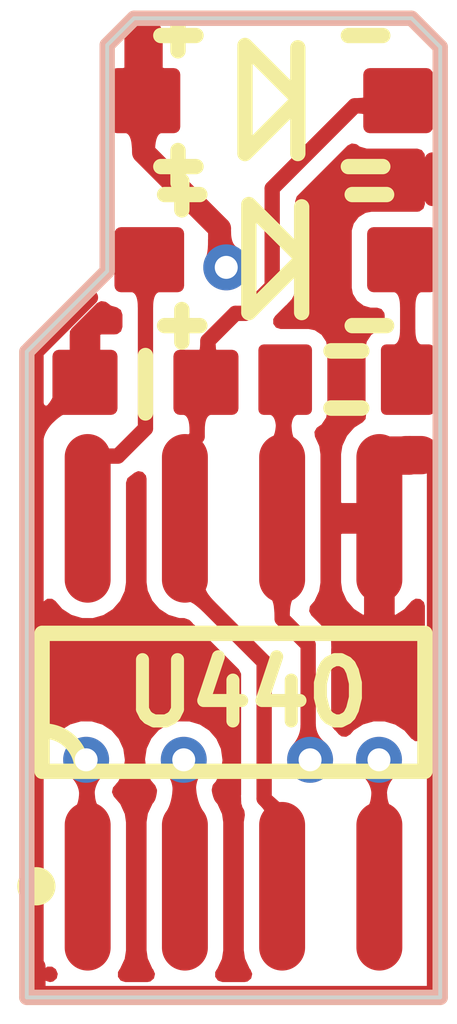
<source format=kicad_pcb>
(kicad_pcb (version 20210108) (generator pcbnew)
  (layers (0 "F.Cu" signal "Top Layer") (31 "B.Cu" signal "Bottom Layer") (34 "B.Paste" user) (35 "F.Paste" user) (36 "B.SilkS" user "B.Silkscreen") (37 "F.SilkS" user "F.Silkscreen") (38 "B.Mask" user) (39 "F.Mask" user) (44 "Edge.Cuts" user))
  (net 0 "")
  (net 1 "UART_TX")
  (net 2 "UART_RX")
  (net 3 "NetD440_2")
  (net 4 "NetD440_1")
  (net 5 "NetC440_2")
  (net 6 "LIN")
  (net 7 "V12")
  (net 8 "GND")
  (net 9 "V5")
  (footprint "Mod.PcbLib:Mod-Hellen-LIN" (layer "F.Cu") (at 0 0)
    (fp_text reference "M440" hide)
    (fp_text value "Hellen One : LIN Module interface" hide)
    (fp_line (start 0.1 -0.1) (end 5.499999 -0.1) (layer "B.SilkS") (width 0.2))
    (fp_line (start 1.15 -12.524999) (end 1.500002 -12.875001) (layer "B.SilkS") (width 0.2))
    (fp_line (start 1.15 -9.57502) (end 1.15 -12.524999) (layer "B.SilkS") (width 0.2))
    (fp_line (start 1.500002 -12.875001) (end 5.124999 -12.875001) (layer "B.SilkS") (width 0.2))
    (fp_line (start 5.124999 -12.875001) (end 5.499999 -12.5) (layer "B.SilkS") (width 0.2))
    (fp_line (start 0.1 -0.1) (end 0.1 -8.52502) (layer "B.SilkS") (width 0.2))
    (fp_line (start 0.125001 -8.550021) (end 1.15 -9.57502) (layer "B.SilkS") (width 0.2))
    (fp_line (start 5.499999 -0.1) (end 5.499999 -12.5) (layer "B.SilkS") (width 0.2))
    (fp_line (start 0.125001 -8.550021) (end 1.15 -9.57502) (layer "F.SilkS") (width 0.2))
    (fp_line (start 0.1 -0.1) (end 5.499999 -0.1) (layer "F.SilkS") (width 0.2))
    (fp_line (start 1.500002 -12.875001) (end 5.124999 -12.875001) (layer "F.SilkS") (width 0.2))
    (fp_line (start 5.499999 -0.1) (end 5.499999 -12.5) (layer "F.SilkS") (width 0.2))
    (fp_line (start 1.15 -9.57502) (end 1.15 -12.524999) (layer "F.SilkS") (width 0.2))
    (fp_line (start 5.124999 -12.875001) (end 5.499999 -12.5) (layer "F.SilkS") (width 0.2))
    (fp_line (start 1.15 -12.524999) (end 1.500002 -12.875001) (layer "F.SilkS") (width 0.2))
    (fp_line (start 0.1 -0.1) (end 0.1 -8.52502) (layer "F.SilkS") (width 0.2))
    (pad "E1" smd oval (at 2.879265 -0.15 270) (size 0.2 5.25) (layers "F.Cu" "F.Paste") (net 8 "GND"))
    (pad "E1" smd oval (at 0.577629 -8.877633 315) (size 0.2 1.2) (layers "F.Cu" "F.Paste") (net 8 "GND"))
    (pad "E1" smd oval (at 0.22 -4.362501) (size 0.2 8.400001) (layers "F.Cu" "F.Paste") (net 8 "GND"))
    (pad "E1" smd oval (at 5.424998 -3.737501) (size 0.2 7.250001) (layers "F.Cu" "F.Paste") (net 8 "GND"))
    (pad "E1" smd oval (at 5.395001 -10.775 270) (size 0.700001 0.2) (layers "F.Cu" "F.Paste" "F.Mask") (net 8 "GND"))
    (pad "N1" smd oval (at 1.625001 -12.39999 90) (size 1.000001 0.499999) (layers "F.Cu" "F.Paste" "F.Mask") (net 7 "V12"))
    (pad "S1" smd oval (at 0.219997 -0.375001 270) (size 0.499999 0.25) (layers "F.Cu" "F.Paste" "F.Mask") (net 8 "GND"))
    (pad "V1" thru_hole circle (at 2.704993 -9.625 90) (size 0.599999 0.599999) (drill 0.299999) (layers *.Cu *.Mask) (net 7 "V12"))
    (pad "V2" thru_hole circle (at 0.875 -3.200001 270) (size 0.599999 0.599999) (drill 0.299999) (layers *.Cu *.Mask) (net 2 "UART_RX"))
    (pad "V3" thru_hole circle (at 2.149998 -3.200001 270) (size 0.599999 0.599999) (drill 0.299999) (layers *.Cu *.Mask) (net 9 "V5"))
    (pad "V4" thru_hole circle (at 3.799987 -3.200001 270) (size 0.599999 0.599999) (drill 0.299999) (layers *.Cu *.Mask) (net 6 "LIN"))
    (pad "V5" thru_hole circle (at 4.699998 -3.200001 270) (size 0.599999 0.599999) (drill 0.299999) (layers *.Cu *.Mask) (net 1 "UART_TX"))
  )
  (footprint "General.pcblib:D Schottky" (layer "F.Cu") (at 3.300001 -11.800002 180)
    (fp_text reference "D441" hide)
    (fp_text value "B5819W" hide)
    (fp_line (start 0.349999 -0.690001) (end 0.349999 0.690001) (layer "F.SilkS") (width 0.2))
    (fp_line (start -1.000001 0.849998) (end -1.45 0.849998) (layer "F.SilkS") (width 0.2))
    (fp_line (start 1.45 0.849998) (end 0.990001 0.849998) (layer "F.SilkS") (width 0.2))
    (fp_line (start 0.349999 0.720001) (end -0.329999 0.040002) (layer "F.SilkS") (width 0.2))
    (fp_line (start -0.329999 -0.010003) (end -0.329999 0.040002) (layer "F.SilkS") (width 0.2))
    (fp_line (start -1.000001 -0.859998) (end -1.45 -0.859998) (layer "F.SilkS") (width 0.2))
    (fp_line (start 1.224999 -1.074997) (end 1.224999 -0.649999) (layer "F.SilkS") (width 0.2))
    (fp_line (start 0.349999 -0.690001) (end -0.329999 -0.010003) (layer "F.SilkS") (width 0.2))
    (fp_line (start 1.225004 0.649996) (end 1.225004 1.024996) (layer "F.SilkS") (width 0.2))
    (fp_line (start 1.45 -0.859998) (end 0.990001 -0.859998) (layer "F.SilkS") (width 0.2))
    (fp_line (start -0.340002 -0.690001) (end -0.340002 0.690001) (layer "F.SilkS") (width 0.2))
    (pad "1" smd roundrect (at -1.649999 0) (size 0.910001 0.850001) (layers "F.Cu" "F.Paste" "F.Mask") (roundrect_rratio 0.1) (net 5 "NetC440_2"))
    (pad "2" smd roundrect (at 1.649999 0) (size 0.910001 0.850001) (layers "F.Cu" "F.Paste" "F.Mask") (roundrect_rratio 0.1) (net 7 "V12"))
  )
  (footprint "General.pcblib:D Schottky" (layer "F.Cu") (at 3.350003 -9.725 180)
    (fp_text reference "D440" hide)
    (fp_text value "B5819W" hide)
    (fp_line (start 1.225003 0.649996) (end 1.225003 1.024996) (layer "F.SilkS") (width 0.2))
    (fp_line (start 0.349999 -0.690002) (end -0.33 -0.010003) (layer "F.SilkS") (width 0.2))
    (fp_line (start 1.224998 -1.074997) (end 1.224998 -0.649999) (layer "F.SilkS") (width 0.2))
    (fp_line (start 0.349999 -0.690002) (end 0.349999 0.690001) (layer "F.SilkS") (width 0.2))
    (fp_line (start -0.340002 -0.690002) (end -0.340002 0.690001) (layer "F.SilkS") (width 0.2))
    (fp_line (start 0.349999 0.720001) (end -0.33 0.040002) (layer "F.SilkS") (width 0.2))
    (fp_line (start -1.000001 -0.859999) (end -1.45 -0.859999) (layer "F.SilkS") (width 0.2))
    (fp_line (start -1.000001 0.849998) (end -1.45 0.849998) (layer "F.SilkS") (width 0.2))
    (fp_line (start -0.33 -0.010003) (end -0.33 0.040002) (layer "F.SilkS") (width 0.2))
    (fp_line (start 1.449999 -0.859999) (end 0.99 -0.859999) (layer "F.SilkS") (width 0.2))
    (fp_line (start 1.449999 0.849998) (end 0.99 0.849998) (layer "F.SilkS") (width 0.2))
    (pad "1" smd roundrect (at -1.65 0) (size 0.910001 0.850001) (layers "F.Cu" "F.Paste" "F.Mask") (roundrect_rratio 0.1) (net 4 "NetD440_1"))
    (pad "2" smd roundrect (at 1.649999 0) (size 0.910001 0.850001) (layers "F.Cu" "F.Paste" "F.Mask") (roundrect_rratio 0.1) (net 3 "NetD440_2"))
  )
  (footprint "IC.PcbLib:TJA1020T" (layer "F.Cu") (at 2.799999 -3.950033 90)
    (fp_text reference "U440" (at -0.349913 -1.49118 unlocked) (layer "F.SilkS") (effects (font (size 0.800001 0.800001) (thickness 0.17)) (justify left bottom)))
    (fp_text value "TJA1021T/20/CM" hide)
    (fp_line (start -0.900001 -2.5) (end 0.9 -2.5) (layer "F.SilkS") (width 0.2))
    (fp_line (start 0.9 -2.5) (end 0.9 2.500001) (layer "F.SilkS") (width 0.2))
    (fp_line (start -0.900001 2.500001) (end 0.9 2.500001) (layer "F.SilkS") (width 0.2))
    (fp_line (start -0.900001 -2.5) (end -0.900001 2.500001) (layer "F.SilkS") (width 0.2))
    (fp_arc (start -0.875 -2.48) (end -0.875 -1.980001) (angle -90) (layer "F.SilkS") (width 0.2))
    (fp_circle (center -2.400001 -2.575001) (end -2.275 -2.575001) (layer "F.SilkS") (width 0.25) (fill none))
    (pad "1" smd oval (at -2.400001 -1.905 180) (size 0.599999 2.200001) (layers "F.Cu" "F.Paste" "F.Mask") (net 2 "UART_RX"))
    (pad "2" smd oval (at -2.400001 -0.635 180) (size 0.599999 2.200001) (layers "F.Cu" "F.Paste" "F.Mask") (net 9 "V5"))
    (pad "3" smd oval (at -2.400001 0.635 180) (size 0.599999 2.200001) (layers "F.Cu" "F.Paste" "F.Mask") (net 5 "NetC440_2"))
    (pad "4" smd oval (at -2.400001 1.905 180) (size 0.599999 2.200001) (layers "F.Cu" "F.Paste" "F.Mask") (net 1 "UART_TX"))
    (pad "5" smd oval (at 2.4 1.905 180) (size 0.599999 2.200001) (layers "F.Cu" "F.Paste" "F.Mask") (net 8 "GND"))
    (pad "6" smd oval (at 2.4 0.635 180) (size 0.599999 2.200001) (layers "F.Cu" "F.Paste" "F.Mask") (net 6 "LIN"))
    (pad "7" smd oval (at 2.4 -0.635 180) (size 0.599999 2.200001) (layers "F.Cu" "F.Paste" "F.Mask") (net 5 "NetC440_2"))
    (pad "8" smd oval (at 2.4 -1.905 180) (size 0.599999 2.200001) (layers "F.Cu" "F.Paste" "F.Mask") (net 3 "NetD440_2"))
  )
  (footprint "General.pcblib:Cap" (layer "F.Cu") (at 1.649999 -8.125013)
    (fp_text reference "C440" hide)
    (fp_text value "100n" hide)
    (fp_line (start 0 0.399999) (end 0 -0.349987) (layer "F.SilkS") (width 0.2))
    (pad "1" smd roundrect (at -0.790001 0) (size 0.850001 0.850001) (layers "F.Cu" "F.Paste" "F.Mask") (roundrect_rratio 0.1) (net 8 "GND"))
    (pad "2" smd roundrect (at 0.790001 0) (size 0.850001 0.850001) (layers "F.Cu" "F.Paste" "F.Mask") (roundrect_rratio 0.1) (net 5 "NetC440_2"))
  )
  (footprint "General.pcblib:Res" (layer "F.Cu") (at 4.275 -8.159999)
    (fp_text reference "R440" hide)
    (fp_text value "1k" hide)
    (fp_line (start -0.201056 0.37084) (end 0.198943 0.37085) (layer "F.SilkS") (width 0.2032))
    (fp_line (start -0.199999 -0.374995) (end 0.2 -0.374985) (layer "F.SilkS") (width 0.2032))
    (pad "1" smd roundrect (at -0.800001 0) (size 0.700001 0.920001) (layers "F.Cu" "F.Paste" "F.Mask") (roundrect_rratio 0.1) (net 6 "LIN"))
    (pad "2" smd roundrect (at 0.800001 0) (size 0.700001 0.920001) (layers "F.Cu" "F.Paste" "F.Mask") (roundrect_rratio 0.1) (net 4 "NetD440_1"))
  )
  (gr_poly (pts (xy 3.270712 -2.763982) (xy 3.295353 -2.739588) (xy 3.395838 -2.651039) (xy 3.404692 -2.645913) (xy 3.411289 -2.643543) (xy 3.415632 -2.643924) (xy 3.199287 -2.525639) (xy 3.201721 -2.528321) (xy 3.202059 -2.53256) (xy 3.200298 -2.538359) (xy 3.196445 -2.545715) (xy 3.190491 -2.554628) (xy 3.182445 -2.565098) (xy 3.16006 -2.590714) (xy 3.12929 -2.62256)) (layer "F.Cu") (width 0) (fill solid))
  (gr_poly (pts (xy 1.474993 -11.12519) (xy 1.47398 -11.173508) (xy 1.46588 -11.254885) (xy 1.458793 -11.287943) (xy 1.44968 -11.315916) (xy 1.438542 -11.338804) (xy 1.425379 -11.356604) (xy 1.41019 -11.369319) (xy 1.392977 -11.37695) (xy 1.373739 -11.379492) (xy 1.876247 -11.379492) (xy 1.857009 -11.37695) (xy 1.839796 -11.369319) (xy 1.824606 -11.356604) (xy 1.811444 -11.338804) (xy 1.800306 -11.315916) (xy 1.791193 -11.287943) (xy 1.784106 -11.254885) (xy 1.779044 -11.216739) (xy 1.776006 -11.173508) (xy 1.774993 -11.12519)) (layer "F.Cu") (width 0) (fill solid))
  (gr_poly (pts (xy 4.602498 -2.736289) (xy 4.60139 -2.764147) (xy 4.598071 -2.79132) (xy 4.592533 -2.817807) (xy 4.584784 -2.843609) (xy 4.574822 -2.868724) (xy 4.562643 -2.893154) (xy 4.548251 -2.916898) (xy 4.531644 -2.939956) (xy 4.512826 -2.962331) (xy 4.491792 -2.984017) (xy 4.911776 -2.987515) (xy 4.891014 -2.965417) (xy 4.872436 -2.942684) (xy 4.856043 -2.919321) (xy 4.841837 -2.895323) (xy 4.829818 -2.870693) (xy 4.819983 -2.845432) (xy 4.812332 -2.819537) (xy 4.806869 -2.793009) (xy 4.80359 -2.765849) (xy 4.802497 -2.738057)) (layer "F.Cu") (width 0) (fill solid))
  (gr_poly (pts (xy 2.767592 -10.098395) (xy 2.768351 -10.066122) (xy 2.770627 -10.036414) (xy 2.774419 -10.009271) (xy 2.77973 -9.984694) (xy 2.78656 -9.962685) (xy 2.794907 -9.943241) (xy 2.80477 -9.926366) (xy 2.816151 -9.912053) (xy 2.829049 -9.900308) (xy 2.843467 -9.891128) (xy 2.441687 -9.768766) (xy 2.446609 -9.779503) (xy 2.451014 -9.792736) (xy 2.454897 -9.808461) (xy 2.458265 -9.826683) (xy 2.463447 -9.870613) (xy 2.466556 -9.924522) (xy 2.467592 -9.988413)) (layer "F.Cu") (width 0) (fill solid))
  (gr_poly (pts (xy 4.802497 -2.831066) (xy 4.803478 -2.781364) (xy 4.811332 -2.697711) (xy 4.8182 -2.663764) (xy 4.827034 -2.635067) (xy 4.837829 -2.611623) (xy 4.850587 -2.593431) (xy 4.865309 -2.580493) (xy 4.881994 -2.572804) (xy 4.90064 -2.570368) (xy 4.504355 -2.56653) (xy 4.523001 -2.569324) (xy 4.539686 -2.577333) (xy 4.554408 -2.590551) (xy 4.567166 -2.608979) (xy 4.577961 -2.632621) (xy 4.586796 -2.661473) (xy 4.593664 -2.695537) (xy 4.598571 -2.73481) (xy 4.601517 -2.779296) (xy 4.602498 -2.828994)) (layer "F.Cu") (width 0) (fill solid))
  (gr_poly (pts (xy 2.405395 -5.128189) (xy 2.368728 -5.163475) (xy 2.302048 -5.219116) (xy 2.272033 -5.239471) (xy 2.244235 -5.254849) (xy 2.218652 -5.26525) (xy 2.195289 -5.270673) (xy 2.174143 -5.27112) (xy 2.155213 -5.266588) (xy 2.1385 -5.257081) (xy 2.454895 -5.500327) (xy 2.441844 -5.487007) (xy 2.434079 -5.471175) (xy 2.431598 -5.452836) (xy 2.434405 -5.431988) (xy 2.442494 -5.40863) (xy 2.45587 -5.38276) (xy 2.474534 -5.354384) (xy 2.498481 -5.323497) (xy 2.527714 -5.290099) (xy 2.562233 -5.254193)) (layer "F.Cu") (width 0) (fill solid))
  (gr_poly (pts (xy 2.307499 -2.912428) (xy 2.308667 -2.861445) (xy 2.318019 -2.765958) (xy 2.326201 -2.721455) (xy 2.336721 -2.679111) (xy 2.349579 -2.638928) (xy 2.364773 -2.600904) (xy 2.382307 -2.565039) (xy 2.402177 -2.531336) (xy 2.424387 -2.499792) (xy 1.905612 -2.499792) (xy 1.924969 -2.527727) (xy 1.942292 -2.558428) (xy 1.957575 -2.59189) (xy 1.970819 -2.628113) (xy 1.982028 -2.667102) (xy 1.991197 -2.708852) (xy 1.99833 -2.753363) (xy 2.006481 -2.850678) (xy 2.007499 -2.903479)) (layer "F.Cu") (width 0) (fill solid))
  (gr_poly (pts (xy 3.355 -7.501738) (xy 3.353999 -7.540318) (xy 3.350999 -7.574834) (xy 3.346 -7.605291) (xy 3.339 -7.631689) (xy 3.330001 -7.654023) (xy 3.319 -7.672299) (xy 3.306001 -7.68651) (xy 3.290999 -7.696662) (xy 3.273999 -7.702756) (xy 3.255 -7.704785) (xy 3.654999 -7.704785) (xy 3.636 -7.702756) (xy 3.619 -7.696662) (xy 3.603998 -7.68651) (xy 3.590999 -7.672299) (xy 3.579998 -7.654023) (xy 3.570999 -7.631689) (xy 3.563998 -7.605291) (xy 3.559 -7.574834) (xy 3.556 -7.540318) (xy 3.554999 -7.501738)) (layer "F.Cu") (width 0) (fill solid))
  (gr_poly (pts (xy 0.460273 -7.618852) (xy 0.432824 -7.590018) (xy 0.408264 -7.561308) (xy 0.386593 -7.532718) (xy 0.367812 -7.504252) (xy 0.35192 -7.475906) (xy 0.338917 -7.447684) (xy 0.328806 -7.419581) (xy 0.321582 -7.391603) (xy 0.317249 -7.363744) (xy 0.315803 -7.33601) (xy 0.315803 -7.901694) (xy 0.316939 -7.875379) (xy 0.320342 -7.854226) (xy 0.326019 -7.838229) (xy 0.333962 -7.827394) (xy 0.344178 -7.821717) (xy 0.356662 -7.821198) (xy 0.371417 -7.825842) (xy 0.388442 -7.835643) (xy 0.407736 -7.850604) (xy 0.429301 -7.870723)) (layer "F.Cu") (width 0) (fill solid))
  (gr_poly (pts (xy 2.307499 -2.257532) (xy 2.334384 -1.7342) (xy 1.980613 -1.7342) (xy 1.985721 -1.744279) (xy 1.990291 -1.763748) (xy 1.994324 -1.792605) (xy 2.000778 -1.878493) (xy 2.007499 -2.257532)) (layer "F.Cu") (width 0) (fill solid))
  (gr_poly (pts (xy 3.335 -5.070036) (xy 3.334019 -5.119736) (xy 3.326166 -5.203441) (xy 3.319297 -5.237447) (xy 3.310463 -5.26622) (xy 3.299668 -5.289763) (xy 3.28691 -5.308074) (xy 3.272188 -5.321153) (xy 3.255503 -5.329001) (xy 3.236857 -5.331617) (xy 3.633142 -5.331617) (xy 3.614496 -5.329001) (xy 3.597811 -5.321153) (xy 3.583089 -5.308074) (xy 3.570331 -5.289763) (xy 3.559536 -5.26622) (xy 3.550702 -5.237447) (xy 3.543833 -5.203441) (xy 3.538926 -5.164204) (xy 3.53598 -5.119736) (xy 3.534999 -5.070036)) (layer "F.Cu") (width 0) (fill solid))
  (gr_poly (pts (xy 1.549999 -9.101442) (xy 1.548999 -9.140022) (xy 1.545999 -9.174538) (xy 1.541 -9.204996) (xy 1.534 -9.231394) (xy 1.525001 -9.253728) (xy 1.514 -9.272003) (xy 1.501 -9.286215) (xy 1.485999 -9.296367) (xy 1.468999 -9.30246) (xy 1.45 -9.30449) (xy 1.849999 -9.30449) (xy 1.831 -9.30246) (xy 1.813999 -9.296367) (xy 1.798998 -9.286215) (xy 1.785998 -9.272003) (xy 1.774998 -9.253728) (xy 1.765999 -9.231394) (xy 1.758998 -9.204996) (xy 1.754 -9.174538) (xy 1.751 -9.140022) (xy 1.749999 -9.101442)) (layer "F.Cu") (width 0) (fill solid))
  (gr_poly (pts (xy 4.975001 -9.101442) (xy 4.974001 -9.140022) (xy 4.971001 -9.174538) (xy 4.966002 -9.204996) (xy 4.959002 -9.231394) (xy 4.950003 -9.253728) (xy 4.939002 -9.272003) (xy 4.926002 -9.286215) (xy 4.911001 -9.296367) (xy 4.894001 -9.30246) (xy 4.875002 -9.30449) (xy 5.275001 -9.30449) (xy 5.256002 -9.30246) (xy 5.239001 -9.296367) (xy 5.224 -9.286215) (xy 5.211001 -9.272003) (xy 5.2 -9.253728) (xy 5.191001 -9.231394) (xy 5.184 -9.204996) (xy 5.179002 -9.174538) (xy 5.176002 -9.140022) (xy 5.175001 -9.101442)) (layer "F.Cu") (width 0) (fill solid))
  (gr_poly (pts (xy 0.984999 -2.834173) (xy 0.98598 -2.78446) (xy 0.993833 -2.70097) (xy 1.000702 -2.667196) (xy 1.009536 -2.638735) (xy 1.020331 -2.615585) (xy 1.033089 -2.597752) (xy 1.047811 -2.585227) (xy 1.064496 -2.578019) (xy 1.083142 -2.576124) (xy 0.686857 -2.560775) (xy 0.705503 -2.56411) (xy 0.722188 -2.572596) (xy 0.73691 -2.586233) (xy 0.749668 -2.605019) (xy 0.760463 -2.628953) (xy 0.769297 -2.658041) (xy 0.776166 -2.692278) (xy 0.781073 -2.731663) (xy 0.784019 -2.776202) (xy 0.785 -2.82589)) (layer "F.Cu") (width 0) (fill solid))
  (gr_poly (pts (xy 4.382869 -11.832867) (xy 4.405028 -11.833001) (xy 4.480832 -11.837754) (xy 4.488995 -11.839519) (xy 4.494825 -11.841554) (xy 4.498325 -11.843863) (xy 4.499491 -11.846441) (xy 4.499491 -11.619294) (xy 4.498325 -11.621872) (xy 4.494825 -11.62418) (xy 4.488995 -11.626215) (xy 4.480832 -11.62798) (xy 4.470334 -11.629474) (xy 4.442346 -11.631646) (xy 4.382869 -11.632867)) (layer "F.Cu") (width 0) (fill solid))
  (gr_poly (pts (xy 5.175001 -8.81826) (xy 5.176002 -8.77968) (xy 5.179002 -8.745164) (xy 5.184 -8.714707) (xy 5.191001 -8.688309) (xy 5.2 -8.665975) (xy 5.211001 -8.647699) (xy 5.224 -8.633488) (xy 5.239001 -8.623336) (xy 5.256002 -8.617242) (xy 5.275001 -8.615213) (xy 4.875002 -8.615213) (xy 4.894001 -8.617242) (xy 4.911001 -8.623336) (xy 4.926002 -8.633488) (xy 4.939002 -8.647699) (xy 4.950003 -8.665975) (xy 4.959002 -8.688309) (xy 4.966002 -8.714707) (xy 4.971001 -8.745164) (xy 4.974001 -8.77968) (xy 4.975001 -8.81826)) (layer "F.Cu") (width 0) (fill solid))
  (gr_poly (pts (xy 3.554999 -7.621748) (xy 3.555975 -7.571509) (xy 3.563783 -7.486358) (xy 3.570613 -7.451446) (xy 3.579393 -7.421644) (xy 3.590127 -7.39695) (xy 3.602815 -7.377364) (xy 3.617453 -7.362889) (xy 3.634042 -7.353524) (xy 3.652581 -7.349264) (xy 3.256857 -7.383798) (xy 3.275503 -7.384801) (xy 3.292188 -7.391237) (xy 3.30691 -7.403107) (xy 3.319668 -7.420409) (xy 3.330463 -7.443145) (xy 3.339297 -7.471313) (xy 3.346166 -7.504915) (xy 3.351073 -7.543947) (xy 3.354019 -7.588415) (xy 3.355 -7.638316)) (layer "F.Cu") (width 0) (fill solid))
  (gr_poly (pts (xy 2.565001 -8.665002) (xy 2.565166 -8.642302) (xy 2.570917 -8.564639) (xy 2.573053 -8.556277) (xy 2.575517 -8.550303) (xy 2.578311 -8.546716) (xy 2.581432 -8.545523) (xy 2.34857 -8.545523) (xy 2.351692 -8.546716) (xy 2.354486 -8.550303) (xy 2.35695 -8.556277) (xy 2.359086 -8.564639) (xy 2.360894 -8.575393) (xy 2.362373 -8.588535) (xy 2.364344 -8.621989) (xy 2.365002 -8.665002)) (layer "F.Cu") (width 0) (fill solid))
  (gr_poly (pts (xy 2.224999 -7.501456) (xy 2.223999 -7.540036) (xy 2.220999 -7.574552) (xy 2.216 -7.605009) (xy 2.209 -7.631407) (xy 2.200001 -7.653741) (xy 2.189 -7.672017) (xy 2.176 -7.686228) (xy 2.160999 -7.69638) (xy 2.143999 -7.702474) (xy 2.125 -7.704503) (xy 2.524999 -7.704503) (xy 2.506 -7.702474) (xy 2.488999 -7.69638) (xy 2.473998 -7.686228) (xy 2.460998 -7.672017) (xy 2.449998 -7.653741) (xy 2.440998 -7.631407) (xy 2.433998 -7.605009) (xy 2.428999 -7.574552) (xy 2.426 -7.540036) (xy 2.424999 -7.501456)) (layer "F.Cu") (width 0) (fill solid))
  (gr_poly (pts (xy 1.774993 -12.523559) (xy 1.776494 -12.46598) (xy 1.780992 -12.414461) (xy 1.788493 -12.369005) (xy 1.798993 -12.32961) (xy 1.812493 -12.296272) (xy 1.828993 -12.269) (xy 1.848493 -12.247786) (xy 1.870992 -12.232632) (xy 1.896494 -12.223542) (xy 1.924992 -12.220512) (xy 1.324994 -12.220512) (xy 1.353492 -12.223542) (xy 1.378994 -12.232632) (xy 1.401493 -12.247786) (xy 1.420993 -12.269) (xy 1.437493 -12.296272) (xy 1.450993 -12.32961) (xy 1.461493 -12.369005) (xy 1.468994 -12.414461) (xy 1.473492 -12.46598) (xy 1.474993 -12.523559)) (layer "F.Cu") (width 0) (fill solid))
  (gr_poly (pts (xy 0.785 -2.73382) (xy 0.783872 -2.761775) (xy 0.780491 -2.788963) (xy 0.774852 -2.815384) (xy 0.766961 -2.841041) (xy 0.756813 -2.865928) (xy 0.744413 -2.89005) (xy 0.729757 -2.913408) (xy 0.712846 -2.935996) (xy 0.693679 -2.95782) (xy 0.672259 -2.978879) (xy 1.092025 -2.992877) (xy 1.07169 -2.970172) (xy 1.053495 -2.946913) (xy 1.03744 -2.923101) (xy 1.023529 -2.898734) (xy 1.011756 -2.873812) (xy 1.002124 -2.848338) (xy 0.994631 -2.822308) (xy 0.989279 -2.795725) (xy 0.986069 -2.768587) (xy 0.984999 -2.740896)) (layer "F.Cu") (width 0) (fill solid))
  (gr_poly (pts (xy 2.007499 -2.756007) (xy 2.006879 -2.788257) (xy 2.001911 -2.846227) (xy 1.997568 -2.87195) (xy 1.99198 -2.895493) (xy 1.98515 -2.916862) (xy 1.97708 -2.936055) (xy 1.967768 -2.953073) (xy 1.957215 -2.967911) (xy 1.945422 -2.980576) (xy 2.365289 -2.991076) (xy 2.354308 -2.978094) (xy 2.344484 -2.962963) (xy 2.335814 -2.945689) (xy 2.328304 -2.926268) (xy 2.321946 -2.904701) (xy 2.316744 -2.880987) (xy 2.3127 -2.855128) (xy 2.30981 -2.827122) (xy 2.307499 -2.764671)) (layer "F.Cu") (width 0) (fill solid))
  (gr_poly (pts (xy 0.23477 -7.67619) (xy 0.284561 -7.727368) (xy 0.394846 -7.858407) (xy 0.418577 -7.894592) (xy 0.43579 -7.927028) (xy 0.446489 -7.955714) (xy 0.450672 -7.980652) (xy 0.448338 -8.001841) (xy 0.439489 -8.019283) (xy 0.684296 -7.704503) (xy 0.670573 -7.717069) (xy 0.653611 -7.723632) (xy 0.633415 -7.724193) (xy 0.609986 -7.71875) (xy 0.583319 -7.707305) (xy 0.553418 -7.689858) (xy 0.520278 -7.666406) (xy 0.483906 -7.636952) (xy 0.401455 -7.560033)) (layer "F.Cu") (width 0) (fill solid))
  (gr_poly (pts (xy 3.875001 -3.67047) (xy 3.876164 -3.642335) (xy 3.879657 -3.615129) (xy 3.885479 -3.588855) (xy 3.893627 -3.563511) (xy 3.904104 -3.539096) (xy 3.916909 -3.515614) (xy 3.932044 -3.493061) (xy 3.949504 -3.471441) (xy 3.969296 -3.45075) (xy 3.991414 -3.430989) (xy 3.572873 -3.396008) (xy 3.592279 -3.419876) (xy 3.60964 -3.444146) (xy 3.624958 -3.468815) (xy 3.638235 -3.493884) (xy 3.649469 -3.519355) (xy 3.658662 -3.545228) (xy 3.665809 -3.571502) (xy 3.670917 -3.598174) (xy 3.67398 -3.625248) (xy 3.675002 -3.652726)) (layer "F.Cu") (width 0) (fill solid))
  (gr_line (start 5.124999 -12.875001) (end 5.499999 -12.5) (layer "Edge.Cuts") (width 0.05))
  (gr_line (start 0.125001 -8.550021) (end 1.15 -9.57502) (layer "Edge.Cuts") (width 0.05))
  (gr_line (start 1.500002 -12.875001) (end 5.124999 -12.875001) (layer "Edge.Cuts") (width 0.05))
  (gr_line (start 0.1 -0.1) (end 0.1 -0.1) (layer "Edge.Cuts") (width 0.05))
  (gr_line (start 0.1 -8.52502) (end 0.125001 -8.550021) (layer "Edge.Cuts") (width 0.05))
  (gr_line (start 5.499999 -0.1) (end 0.1 -0.1) (layer "Edge.Cuts") (width 0.05))
  (gr_line (start 1.15 -9.57502) (end 1.15 -12.524999) (layer "Edge.Cuts") (width 0.05))
  (gr_line (start 1.15 -12.524999) (end 1.500002 -12.875001) (layer "Edge.Cuts") (width 0.05))
  (gr_line (start 5.499999 -12.5) (end 5.499999 -0.1) (layer "Edge.Cuts") (width 0.05))
  (gr_line (start 0.1 -0.1) (end 0.1 -8.52502) (layer "Edge.Cuts") (width 0.05))
  (segment (start 4.702498 -1.552534) (end 4.702498 -3.172511) (width 0.2) (layer "F.Cu") (net 1))
  (segment (start 4.702498 -1.552534) (end 4.704999 -1.550032) (width 0.2) (layer "F.Cu") (net 1))
  (segment (start 4.699998 -3.17501) (end 4.702498 -3.172511) (width 0.2) (layer "F.Cu") (net 1))
  (segment (start 0.875 -3.17501) (end 0.885 -3.16501) (width 0.2) (layer "F.Cu") (net 2))
  (segment (start 0.885 -1.560032) (end 0.885 -3.16501) (width 0.2) (layer "F.Cu") (net 2))
  (segment (start 0.885 -1.560032) (end 0.894999 -1.550032) (width 0.2) (layer "F.Cu") (net 2))
  (segment (start 0.894999 -6.977733) (end 1.079774 -7.162508) (width 0.2) (layer "F.Cu") (net 3))
  (segment (start 1.079774 -7.162508) (end 1.289627 -7.162508) (width 0.2) (layer "F.Cu") (net 3))
  (segment (start 1.289627 -7.162508) (end 1.649999 -7.522881) (width 0.2) (layer "F.Cu") (net 3))
  (segment (start 0.894999 -6.07502) (end 0.894999 -6.977733) (width 0.2) (layer "F.Cu") (net 3))
  (segment (start 1.649999 -9.775) (end 1.650002 -9.775002) (width 0.2) (layer "F.Cu") (net 3))
  (segment (start 1.649999 -7.522881) (end 1.649999 -9.775) (width 0.2) (layer "F.Cu") (net 3))
  (segment (start 4.95 -9.775002) (end 5.075001 -9.650001) (width 0.2) (layer "F.Cu") (net 4))
  (segment (start 5.075001 -7.900002) (end 5.075001 -9.650001) (width 0.2) (layer "F.Cu") (net 4))
  (segment (start 2.424989 -7.900002) (end 2.465001 -7.900002) (width 0.2) (layer "F.Cu") (net 5))
  (segment (start 3.304992 -10.65499) (end 4.382869 -11.732867) (width 0.2) (layer "F.Cu") (net 5))
  (segment (start 2.324999 -7.800012) (end 2.424989 -7.900002) (width 0.2) (layer "F.Cu") (net 5))
  (segment (start 2.95352 -9.025001) (end 3.304992 -9.376474) (width 0.2) (layer "F.Cu") (net 5))
  (segment (start 3.200001 -2.693271) (end 3.434999 -2.458273) (width 0.2) (layer "F.Cu") (net 5))
  (segment (start 3.200001 -2.693271) (end 3.200001 -4.475002) (width 0.2) (layer "F.Cu") (net 5))
  (segment (start 4.907867 -11.732867) (end 4.95 -11.775001) (width 0.2) (layer "F.Cu") (net 5))
  (segment (start 2.465001 -7.900002) (end 2.465001 -8.665002) (width 0.2) (layer "F.Cu") (net 5))
  (segment (start 2.164999 -7.258274) (end 2.324999 -7.418273) (width 0.2) (layer "F.Cu") (net 5))
  (segment (start 2.164999 -5.510004) (end 2.164999 -7.258274) (width 0.2) (layer "F.Cu") (net 5))
  (segment (start 4.382869 -11.732867) (end 4.907867 -11.732867) (width 0.2) (layer "F.Cu") (net 5))
  (segment (start 2.465001 -8.665002) (end 2.825001 -9.025001) (width 0.2) (layer "F.Cu") (net 5))
  (segment (start 3.434999 -1.550032) (end 3.434999 -2.458273) (width 0.2) (layer "F.Cu") (net 5))
  (segment (start 2.164999 -5.510004) (end 3.200001 -4.475002) (width 0.2) (layer "F.Cu") (net 5))
  (segment (start 3.304992 -9.376474) (end 3.304992 -10.65499) (width 0.2) (layer "F.Cu") (net 5))
  (segment (start 2.825001 -9.025001) (end 2.95352 -9.025001) (width 0.2) (layer "F.Cu") (net 5))
  (segment (start 2.324999 -7.418273) (end 2.324999 -7.800012) (width 0.2) (layer "F.Cu") (net 5))
  (segment (start 3.434999 -5.040003) (end 3.775001 -4.700001) (width 0.2) (layer "F.Cu") (net 6))
  (segment (start 3.434999 -5.040003) (end 3.434999 -6.350033) (width 0.2) (layer "F.Cu") (net 6))
  (segment (start 3.454999 -6.350033) (end 3.454999 -7.880002) (width 0.2) (layer "F.Cu") (net 6))
  (segment (start 3.454999 -7.880002) (end 3.474999 -7.900002) (width 0.2) (layer "F.Cu") (net 6))
  (segment (start 3.775001 -3.311482) (end 3.775001 -4.700001) (width 0.2) (layer "F.Cu") (net 6))
  (segment (start 2.617592 -9.682401) (end 2.617592 -10.132593) (width 0.299999) (layer "F.Cu") (net 7))
  (segment (start 1.624993 -11.800002) (end 1.624993 -12.6) (width 0.299999) (layer "F.Cu") (net 7))
  (segment (start 2.01389 -10.736296) (end 2.617592 -10.132593) (width 0.299999) (layer "F.Cu") (net 7))
  (segment (start 1.624993 -11.12519) (end 2.013887 -10.736296) (width 0.299999) (layer "F.Cu") (net 7))
  (segment (start 1.624993 -11.12519) (end 1.624993 -11.800002) (width 0.299999) (layer "F.Cu") (net 7))
  (segment (start 0.559999 -7.800012) (end 0.885 -8.125013) (width 0.2) (layer "F.Cu") (net 8))
  (segment (start 4.751192 -7.169165) (end 5.094166 -7.169165) (width 0.499999) (layer "F.Cu") (net 8))
  (segment (start 4.704999 -6.350033) (end 4.704999 -7.122973) (width 0.499999) (layer "F.Cu") (net 8))
  (segment (start 5.049998 -7.175) (end 5.249997 -7.175) (width 0.499999) (layer "F.Cu") (net 8))
  (segment (start 0.219997 -7.519998) (end 0.500012 -7.800012) (width 0.2) (layer "F.Cu") (net 8))
  (segment (start 4.704999 -7.122973) (end 4.751192 -7.169165) (width 0.499999) (layer "F.Cu") (net 8))
  (segment (start 0.500012 -7.800012) (end 0.559999 -7.800012) (width 0.2) (layer "F.Cu") (net 8))
  (segment (start 5.094166 -7.169165) (end 5.1 -7.175) (width 0.499999) (layer "F.Cu") (net 8))
  (segment (start 2.157499 -1.557533) (end 2.164999 -1.550032) (width 0.499999) (layer "F.Cu") (net 9))
  (segment (start 2.157499 -1.557533) (end 2.157499 -3.16751) (width 0.299999) (layer "F.Cu") (net 9))
  (zone (net 8) (net_name "GND") (layer "F.Cu") (connect_pads (clearance 0.2)) (min_thickness 0.2) (fill yes (thermal_gap 0.2) (thermal_bridge_width 0.399999))
    (polygon (pts (xy 5.53133 -0.075001) (xy 0.124998 -0.074994) (xy 0.125001 -8.550003) (xy 1.199995 -9.624997) (xy 1.199995 -11.773916) (xy 5.499926 -11.775826)))
  )
)
</source>
